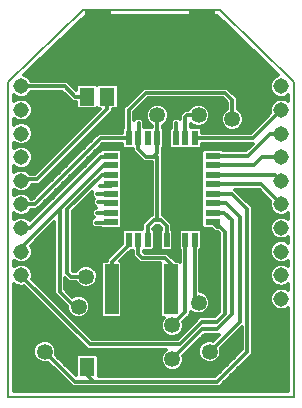
<source format=gbl>
G75*
G70*
%OFA0B0*%
%FSLAX24Y24*%
%IPPOS*%
%LPD*%
%AMOC8*
5,1,8,0,0,1.08239X$1,22.5*
%
%ADD10C,0.0080*%
%ADD11C,0.0515*%
%ADD12R,0.0220X0.0500*%
%ADD13R,0.0500X0.0220*%
%ADD14C,0.0000*%
%ADD15R,0.0900X0.2000*%
%ADD16R,0.0472X0.1654*%
%ADD17R,0.0551X0.1654*%
%ADD18R,0.0512X0.0591*%
%ADD19C,0.0120*%
%ADD20C,0.0472*%
%ADD21C,0.0531*%
D10*
X000196Y001085D02*
X009724Y001085D01*
X009724Y011580D01*
X007234Y013971D01*
X002686Y013971D01*
X000196Y011580D01*
X000196Y001085D01*
D11*
X000629Y004355D03*
X000629Y005143D03*
X000629Y005930D03*
X000629Y006717D03*
X000629Y007505D03*
X000629Y008292D03*
X000629Y009080D03*
X000629Y009867D03*
X000629Y010654D03*
X000629Y011442D03*
X009291Y011442D03*
X009291Y010654D03*
X009291Y009867D03*
X009291Y009080D03*
X009291Y008292D03*
X009291Y007505D03*
X009291Y006717D03*
X009291Y005930D03*
X009291Y005143D03*
X009291Y004355D03*
D12*
X006412Y006333D03*
X006097Y006333D03*
X005782Y006333D03*
X005467Y006333D03*
X005153Y006333D03*
X004838Y006333D03*
X004523Y006333D03*
X004208Y006333D03*
X004208Y009713D03*
X004523Y009713D03*
X004838Y009713D03*
X005153Y009713D03*
X005467Y009713D03*
X005782Y009713D03*
X006097Y009713D03*
X006412Y009713D03*
D13*
X007000Y009126D03*
X007000Y008811D03*
X007000Y008496D03*
X007000Y008181D03*
X007000Y007866D03*
X007000Y007551D03*
X007000Y007236D03*
X007000Y006921D03*
X003620Y006921D03*
X003620Y007236D03*
X003620Y007551D03*
X003620Y007866D03*
X003620Y008181D03*
X003620Y008496D03*
X003620Y008811D03*
X003620Y009126D03*
D14*
X002710Y013973D02*
X007110Y013973D01*
D15*
X006650Y012963D03*
X003170Y012963D03*
D16*
X003633Y004675D03*
X005602Y004675D03*
D17*
X004618Y004675D03*
D18*
X003495Y002098D03*
X002825Y002098D03*
X002825Y011098D03*
X003495Y011098D03*
D19*
X003495Y010683D01*
X001160Y008348D01*
X000686Y008348D01*
X000629Y008292D01*
X000891Y008564D02*
X001121Y008564D01*
X001085Y008528D02*
X000927Y008528D01*
X000843Y008612D01*
X000704Y008670D01*
X000554Y008670D01*
X000415Y008612D01*
X000396Y008593D01*
X000396Y008779D01*
X000415Y008760D01*
X000554Y008702D01*
X000704Y008702D01*
X000843Y008760D01*
X000949Y008866D01*
X001007Y009004D01*
X001007Y009155D01*
X000949Y009293D01*
X000843Y009400D01*
X000704Y009457D01*
X000554Y009457D01*
X000415Y009400D01*
X000396Y009380D01*
X000396Y009566D01*
X000415Y009547D01*
X000554Y009489D01*
X000704Y009489D01*
X000843Y009547D01*
X000949Y009653D01*
X001007Y009792D01*
X001007Y009942D01*
X000949Y010081D01*
X000843Y010187D01*
X000704Y010244D01*
X000554Y010244D01*
X000415Y010187D01*
X000396Y010168D01*
X000396Y010354D01*
X000415Y010334D01*
X000554Y010277D01*
X000704Y010277D01*
X000843Y010334D01*
X000949Y010441D01*
X001007Y010579D01*
X001007Y010729D01*
X000949Y010868D01*
X000843Y010974D01*
X000704Y011032D01*
X000554Y011032D01*
X000415Y010974D01*
X000396Y010955D01*
X000396Y011141D01*
X000415Y011122D01*
X000554Y011064D01*
X000704Y011064D01*
X000843Y011122D01*
X000949Y011228D01*
X000963Y011262D01*
X001992Y011262D01*
X002335Y010918D01*
X002449Y010918D01*
X002449Y010753D01*
X002520Y010683D01*
X003131Y010683D01*
X003160Y010712D01*
X003189Y010683D01*
X003240Y010683D01*
X001085Y008528D01*
X001239Y008682D02*
X000396Y008682D01*
X000396Y007991D02*
X000415Y007972D01*
X000554Y007915D01*
X000704Y007915D01*
X000843Y007972D01*
X000949Y008078D01*
X000987Y008168D01*
X001235Y008168D01*
X001340Y008274D01*
X003675Y010609D01*
X003675Y010683D01*
X003800Y010683D01*
X003871Y010753D01*
X003871Y011443D01*
X003800Y011514D01*
X003189Y011514D01*
X003160Y011485D01*
X003131Y011514D01*
X002520Y011514D01*
X002449Y011443D01*
X002449Y011314D01*
X002247Y011516D01*
X002141Y011622D01*
X000963Y011622D01*
X000949Y011656D01*
X000843Y011762D01*
X000725Y011810D01*
X002767Y013771D01*
X007153Y013771D01*
X009195Y011810D01*
X009077Y011762D01*
X008971Y011656D01*
X008913Y011517D01*
X008913Y011367D01*
X008971Y011228D01*
X009077Y011122D01*
X009216Y011064D01*
X009366Y011064D01*
X009505Y011122D01*
X009524Y011141D01*
X009524Y010955D01*
X009505Y010974D01*
X009366Y011032D01*
X009216Y011032D01*
X009077Y010974D01*
X008971Y010868D01*
X008913Y010729D01*
X008913Y010579D01*
X008927Y010545D01*
X008275Y009893D01*
X006642Y009893D01*
X006642Y010013D01*
X006572Y010083D01*
X006277Y010083D01*
X006277Y010185D01*
X006316Y010146D01*
X006458Y010088D01*
X006612Y010088D01*
X006754Y010146D01*
X006862Y010255D01*
X006921Y010397D01*
X006921Y010550D01*
X006862Y010692D01*
X006754Y010800D01*
X006612Y010859D01*
X006458Y010859D01*
X006316Y010800D01*
X006208Y010692D01*
X006192Y010653D01*
X006085Y010653D01*
X005980Y010548D01*
X005917Y010485D01*
X005917Y010346D01*
X005860Y010403D01*
X005710Y010403D01*
X005605Y010298D01*
X005605Y010066D01*
X005552Y010013D01*
X005552Y009414D01*
X005623Y009343D01*
X006572Y009343D01*
X006642Y009414D01*
X006642Y009533D01*
X008340Y009533D01*
X008113Y009306D01*
X007350Y009306D01*
X007300Y009356D01*
X006700Y009356D01*
X006630Y009285D01*
X006630Y006761D01*
X006700Y006691D01*
X006975Y006691D01*
X006980Y006687D01*
X007085Y006581D01*
X007173Y006581D01*
X007230Y006524D01*
X007230Y003923D01*
X007085Y003778D01*
X006585Y003778D01*
X005835Y003028D01*
X002985Y003028D01*
X000989Y005024D01*
X001007Y005067D01*
X001007Y005218D01*
X000949Y005356D01*
X000843Y005463D01*
X000704Y005520D01*
X000554Y005520D01*
X000415Y005463D01*
X000396Y005443D01*
X000396Y005629D01*
X000415Y005610D01*
X000554Y005552D01*
X000704Y005552D01*
X000843Y005610D01*
X000949Y005716D01*
X001007Y005855D01*
X001007Y006005D01*
X000952Y006136D01*
X001730Y006914D01*
X001730Y004524D01*
X001835Y004418D01*
X002149Y004105D01*
X002149Y004022D01*
X002208Y003880D01*
X002316Y003771D01*
X002458Y003713D01*
X002612Y003713D01*
X002754Y003771D01*
X002862Y003880D01*
X002921Y004022D01*
X002921Y004175D01*
X002862Y004317D01*
X002754Y004425D01*
X002612Y004484D01*
X002458Y004484D01*
X002331Y004432D01*
X002090Y004673D01*
X002090Y005039D01*
X002105Y005024D01*
X002210Y004918D01*
X002442Y004918D01*
X002458Y004880D01*
X002566Y004771D01*
X002708Y004713D01*
X002862Y004713D01*
X003004Y004771D01*
X003112Y004880D01*
X003171Y005022D01*
X003171Y005175D01*
X003112Y005317D01*
X003004Y005425D01*
X002862Y005484D01*
X002708Y005484D01*
X002566Y005425D01*
X002458Y005317D01*
X002442Y005278D01*
X002360Y005278D01*
X002340Y005298D01*
X002340Y007274D01*
X002980Y007914D01*
X002980Y007774D01*
X003059Y007695D01*
X003018Y007653D01*
X003018Y007504D01*
X003118Y007403D01*
X003085Y007403D01*
X002980Y007298D01*
X002980Y007149D01*
X003050Y007078D01*
X002950Y006978D01*
X002950Y006829D01*
X003055Y006723D01*
X003288Y006723D01*
X003320Y006691D01*
X003920Y006691D01*
X003990Y006761D01*
X003990Y009285D01*
X003920Y009356D01*
X003320Y009356D01*
X003250Y009285D01*
X003250Y009278D01*
X003210Y009278D01*
X003105Y009173D01*
X003105Y009173D01*
X000906Y006974D01*
X000843Y007037D01*
X000704Y007095D01*
X000554Y007095D01*
X000415Y007037D01*
X000396Y007018D01*
X000396Y007204D01*
X000415Y007185D01*
X000554Y007127D01*
X000704Y007127D01*
X000843Y007185D01*
X000949Y007291D01*
X000963Y007325D01*
X001141Y007325D01*
X003350Y009533D01*
X003978Y009533D01*
X003978Y009414D01*
X004048Y009343D01*
X004343Y009343D01*
X004343Y009286D01*
X004605Y009024D01*
X004605Y009024D01*
X004710Y008918D01*
X004980Y008918D01*
X004980Y007153D01*
X004960Y007153D01*
X004855Y007048D01*
X004658Y006851D01*
X004658Y006703D01*
X004048Y006703D01*
X003978Y006633D01*
X003978Y006171D01*
X003585Y005778D01*
X003480Y005673D01*
X003480Y005622D01*
X003347Y005622D01*
X003277Y005552D01*
X003277Y003799D01*
X003347Y003728D01*
X003919Y003728D01*
X003990Y003799D01*
X003990Y005552D01*
X003929Y005613D01*
X004280Y005963D01*
X004343Y005963D01*
X004343Y005786D01*
X004480Y005649D01*
X004585Y005543D01*
X005246Y005543D01*
X005246Y003799D01*
X005316Y003728D01*
X005369Y003728D01*
X005333Y003692D01*
X005274Y003550D01*
X005274Y003397D01*
X005333Y003255D01*
X005441Y003146D01*
X005583Y003088D01*
X005737Y003088D01*
X005879Y003146D01*
X005987Y003255D01*
X006046Y003397D01*
X006046Y003550D01*
X006030Y003589D01*
X006172Y003731D01*
X006277Y003836D01*
X006277Y003935D01*
X006316Y003896D01*
X006458Y003838D01*
X006612Y003838D01*
X006754Y003896D01*
X006862Y004005D01*
X006921Y004147D01*
X006921Y004300D01*
X006862Y004442D01*
X006754Y004550D01*
X006612Y004609D01*
X006592Y004609D01*
X006592Y005984D01*
X006642Y006034D01*
X006642Y006633D01*
X006572Y006703D01*
X005938Y006703D01*
X005867Y006633D01*
X005867Y006034D01*
X005917Y005984D01*
X005917Y005592D01*
X005888Y005622D01*
X005766Y005622D01*
X005676Y005711D01*
X005485Y005903D01*
X004735Y005903D01*
X004703Y005935D01*
X004703Y005963D01*
X004997Y005963D01*
X005068Y006034D01*
X005068Y006633D01*
X005018Y006683D01*
X005018Y006701D01*
X005110Y006793D01*
X005210Y006793D01*
X005287Y006716D01*
X005287Y006683D01*
X005237Y006633D01*
X005237Y006034D01*
X005308Y005963D01*
X005627Y005963D01*
X005697Y006034D01*
X005697Y006633D01*
X005647Y006683D01*
X005647Y006866D01*
X005465Y007048D01*
X005360Y007153D01*
X005340Y007153D01*
X005340Y009173D01*
X005333Y009180D01*
X005333Y009364D01*
X005383Y009414D01*
X005383Y010013D01*
X005333Y010063D01*
X005333Y010127D01*
X005379Y010146D01*
X005487Y010255D01*
X005546Y010397D01*
X005546Y010550D01*
X005487Y010692D01*
X005379Y010800D01*
X005237Y010859D01*
X005083Y010859D01*
X004941Y010800D01*
X004833Y010692D01*
X004774Y010550D01*
X004774Y010397D01*
X004833Y010255D01*
X004941Y010146D01*
X004973Y010134D01*
X004973Y010083D01*
X004715Y010083D01*
X004715Y010298D01*
X004610Y010403D01*
X004460Y010403D01*
X004388Y010331D01*
X004388Y010572D01*
X004860Y011043D01*
X007335Y011043D01*
X007480Y010899D01*
X007480Y010691D01*
X007441Y010675D01*
X007333Y010567D01*
X007274Y010425D01*
X007274Y010272D01*
X007333Y010130D01*
X007441Y010021D01*
X007583Y009963D01*
X007737Y009963D01*
X007879Y010021D01*
X007987Y010130D01*
X008046Y010272D01*
X008046Y010425D01*
X007987Y010567D01*
X007879Y010675D01*
X007840Y010691D01*
X007840Y011048D01*
X007735Y011153D01*
X007485Y011403D01*
X004710Y011403D01*
X004605Y011298D01*
X004028Y010721D01*
X004028Y010063D01*
X003978Y010013D01*
X003978Y009893D01*
X003200Y009893D01*
X003095Y009788D01*
X000992Y007685D01*
X000963Y007685D01*
X000949Y007719D01*
X000843Y007825D01*
X000704Y007882D01*
X000554Y007882D01*
X000415Y007825D01*
X000396Y007805D01*
X000396Y007991D01*
X000396Y007971D02*
X000417Y007971D01*
X000396Y007853D02*
X000484Y007853D01*
X000629Y007505D02*
X001066Y007505D01*
X003275Y009713D01*
X004208Y009713D01*
X004208Y010646D01*
X004785Y011223D01*
X007410Y011223D01*
X007660Y010973D01*
X007660Y010348D01*
X007660Y010598D01*
X007840Y010697D02*
X008913Y010697D01*
X008914Y010578D02*
X007976Y010578D01*
X008031Y010460D02*
X008842Y010460D01*
X008723Y010341D02*
X008046Y010341D01*
X008026Y010223D02*
X008605Y010223D01*
X008486Y010104D02*
X007962Y010104D01*
X007793Y009986D02*
X008368Y009986D01*
X008350Y009713D02*
X006412Y009713D01*
X006642Y009512D02*
X008319Y009512D01*
X008200Y009393D02*
X006622Y009393D01*
X006630Y009275D02*
X005333Y009275D01*
X005340Y009156D02*
X006630Y009156D01*
X006630Y009038D02*
X005340Y009038D01*
X005340Y008919D02*
X006630Y008919D01*
X006630Y008801D02*
X005340Y008801D01*
X005340Y008682D02*
X006630Y008682D01*
X006630Y008564D02*
X005340Y008564D01*
X005340Y008445D02*
X006630Y008445D01*
X006630Y008327D02*
X005340Y008327D01*
X005340Y008208D02*
X006630Y008208D01*
X006630Y008090D02*
X005340Y008090D01*
X005340Y007971D02*
X006630Y007971D01*
X006630Y007853D02*
X005340Y007853D01*
X005340Y007734D02*
X006630Y007734D01*
X006630Y007616D02*
X005340Y007616D01*
X005340Y007497D02*
X006630Y007497D01*
X006630Y007379D02*
X005340Y007379D01*
X005340Y007260D02*
X006630Y007260D01*
X006630Y007142D02*
X005371Y007142D01*
X005490Y007023D02*
X006630Y007023D01*
X006630Y006905D02*
X005608Y006905D01*
X005647Y006786D02*
X006630Y006786D01*
X006608Y006668D02*
X006999Y006668D01*
X007160Y006761D02*
X007000Y006921D01*
X007160Y006761D02*
X007247Y006761D01*
X007410Y006598D01*
X007410Y003848D01*
X007160Y003598D01*
X006660Y003598D01*
X005910Y002848D01*
X002910Y002848D01*
X000629Y005129D01*
X000629Y005143D01*
X000465Y005483D02*
X000396Y005483D01*
X000396Y005601D02*
X000436Y005601D01*
X000629Y005930D02*
X000629Y006068D01*
X001910Y007348D01*
X003372Y008811D01*
X003620Y008811D01*
X003620Y008496D02*
X003307Y008496D01*
X002160Y007348D01*
X002160Y005223D01*
X002285Y005098D01*
X002785Y005098D01*
X003004Y004772D02*
X003277Y004772D01*
X003277Y004890D02*
X003116Y004890D01*
X003165Y005009D02*
X003277Y005009D01*
X003277Y005127D02*
X003171Y005127D01*
X003141Y005246D02*
X003277Y005246D01*
X003277Y005364D02*
X003065Y005364D01*
X002865Y005483D02*
X003277Y005483D01*
X003327Y005601D02*
X002340Y005601D01*
X002340Y005483D02*
X002705Y005483D01*
X002505Y005364D02*
X002340Y005364D01*
X002340Y005720D02*
X003527Y005720D01*
X003645Y005838D02*
X002340Y005838D01*
X002340Y005957D02*
X003764Y005957D01*
X003882Y006075D02*
X002340Y006075D01*
X002340Y006194D02*
X003978Y006194D01*
X003978Y006312D02*
X002340Y006312D01*
X002340Y006431D02*
X003978Y006431D01*
X003978Y006549D02*
X002340Y006549D01*
X002340Y006668D02*
X004012Y006668D01*
X003990Y006786D02*
X004658Y006786D01*
X004712Y006905D02*
X003990Y006905D01*
X003990Y007023D02*
X004830Y007023D01*
X005035Y006973D02*
X004838Y006776D01*
X004838Y006333D01*
X005068Y006312D02*
X005237Y006312D01*
X005237Y006194D02*
X005068Y006194D01*
X005068Y006075D02*
X005237Y006075D01*
X005467Y006333D02*
X005467Y006791D01*
X005285Y006973D01*
X005160Y006973D01*
X005160Y009098D01*
X005098Y009161D01*
X005035Y009098D01*
X004785Y009098D01*
X004523Y009361D01*
X004523Y009713D01*
X004535Y009726D01*
X004535Y010223D01*
X004715Y010223D02*
X004865Y010223D01*
X004797Y010341D02*
X004672Y010341D01*
X004774Y010460D02*
X004388Y010460D01*
X004388Y010341D02*
X004398Y010341D01*
X004395Y010578D02*
X004786Y010578D01*
X004838Y010697D02*
X004513Y010697D01*
X004632Y010815D02*
X004978Y010815D01*
X004750Y010934D02*
X007445Y010934D01*
X007480Y010815D02*
X006717Y010815D01*
X006857Y010697D02*
X007480Y010697D01*
X007344Y010578D02*
X006909Y010578D01*
X006921Y010460D02*
X007289Y010460D01*
X007274Y010341D02*
X006898Y010341D01*
X006830Y010223D02*
X007294Y010223D01*
X007358Y010104D02*
X006652Y010104D01*
X006642Y009986D02*
X007527Y009986D01*
X007840Y010815D02*
X008949Y010815D01*
X009036Y010934D02*
X007840Y010934D01*
X007836Y011052D02*
X009524Y011052D01*
X009291Y010654D02*
X008350Y009713D01*
X008929Y009867D02*
X008187Y009126D01*
X007000Y009126D01*
X007000Y008811D02*
X008372Y008811D01*
X008660Y009098D01*
X009272Y009098D01*
X009291Y009080D01*
X009087Y008496D02*
X009291Y008292D01*
X009087Y008496D02*
X007000Y008496D01*
X007000Y008181D02*
X008615Y008181D01*
X009291Y007505D01*
X009401Y007142D02*
X009524Y007142D01*
X009505Y007185D02*
X009524Y007204D01*
X009524Y007018D01*
X009505Y007037D01*
X009366Y007095D01*
X009216Y007095D01*
X009077Y007037D01*
X008971Y006931D01*
X008913Y006792D01*
X008913Y006642D01*
X008971Y006503D01*
X009077Y006397D01*
X009216Y006340D01*
X009366Y006340D01*
X009505Y006397D01*
X009524Y006417D01*
X009524Y006231D01*
X009505Y006250D01*
X009366Y006307D01*
X009216Y006307D01*
X009077Y006250D01*
X008971Y006144D01*
X008913Y006005D01*
X008913Y005855D01*
X008971Y005716D01*
X009077Y005610D01*
X009216Y005552D01*
X009366Y005552D01*
X009505Y005610D01*
X009524Y005629D01*
X009524Y005443D01*
X009505Y005463D01*
X009366Y005520D01*
X009216Y005520D01*
X009077Y005463D01*
X008971Y005356D01*
X008913Y005218D01*
X008913Y005067D01*
X008971Y004929D01*
X009077Y004823D01*
X009216Y004765D01*
X009366Y004765D01*
X009505Y004823D01*
X009524Y004842D01*
X009524Y004656D01*
X009505Y004675D01*
X009366Y004733D01*
X009216Y004733D01*
X009077Y004675D01*
X008971Y004569D01*
X008913Y004430D01*
X008913Y004280D01*
X008971Y004141D01*
X009077Y004035D01*
X009216Y003978D01*
X009366Y003978D01*
X009505Y004035D01*
X009524Y004054D01*
X009524Y001285D01*
X000396Y001285D01*
X000396Y004842D01*
X000415Y004823D01*
X000554Y004765D01*
X000704Y004765D01*
X000729Y004775D01*
X002835Y002668D01*
X005434Y002668D01*
X005333Y002567D01*
X005274Y002425D01*
X005274Y002272D01*
X005333Y002130D01*
X005441Y002021D01*
X005583Y001963D01*
X005737Y001963D01*
X005879Y002021D01*
X005987Y002130D01*
X006046Y002272D01*
X006046Y002425D01*
X006030Y002464D01*
X006735Y003168D01*
X007225Y003168D01*
X007025Y002968D01*
X006987Y002984D01*
X006833Y002984D01*
X006691Y002925D01*
X006583Y002817D01*
X006524Y002675D01*
X006524Y002522D01*
X006583Y002380D01*
X006691Y002271D01*
X006833Y002213D01*
X006987Y002213D01*
X007129Y002271D01*
X007237Y002380D01*
X007296Y002522D01*
X007296Y002675D01*
X007280Y002714D01*
X007980Y003414D01*
X007980Y002673D01*
X007085Y001778D01*
X003201Y001778D01*
X003201Y002443D01*
X003131Y002514D01*
X002520Y002514D01*
X002449Y002443D01*
X002449Y001814D01*
X001780Y002483D01*
X001796Y002522D01*
X001796Y002675D01*
X001737Y002817D01*
X001629Y002925D01*
X001487Y002984D01*
X001333Y002984D01*
X001191Y002925D01*
X001083Y002817D01*
X001024Y002675D01*
X001024Y002522D01*
X001083Y002380D01*
X001191Y002271D01*
X001333Y002213D01*
X001487Y002213D01*
X001525Y002229D01*
X002335Y001418D01*
X007235Y001418D01*
X008340Y002524D01*
X008340Y007423D01*
X008235Y007528D01*
X007762Y008001D01*
X008540Y008001D01*
X008927Y007614D01*
X008913Y007580D01*
X008913Y007430D01*
X008971Y007291D01*
X009077Y007185D01*
X009216Y007127D01*
X009366Y007127D01*
X009505Y007185D01*
X009518Y007023D02*
X009524Y007023D01*
X009180Y007142D02*
X008340Y007142D01*
X008340Y007260D02*
X009001Y007260D01*
X008934Y007379D02*
X008340Y007379D01*
X008266Y007497D02*
X008913Y007497D01*
X008925Y007616D02*
X008147Y007616D01*
X008029Y007734D02*
X008806Y007734D01*
X008688Y007853D02*
X007910Y007853D01*
X007792Y007971D02*
X008569Y007971D01*
X008160Y007348D02*
X008160Y002598D01*
X007160Y001598D01*
X003035Y001598D01*
X002410Y001598D01*
X001410Y002598D01*
X001678Y002876D02*
X002628Y002876D01*
X002746Y002757D02*
X001762Y002757D01*
X001796Y002639D02*
X005405Y002639D01*
X005314Y002520D02*
X001795Y002520D01*
X001861Y002402D02*
X002449Y002402D01*
X002449Y002283D02*
X001980Y002283D01*
X002098Y002165D02*
X002449Y002165D01*
X002449Y002046D02*
X002217Y002046D01*
X002335Y001928D02*
X002449Y001928D01*
X002300Y001454D02*
X000396Y001454D01*
X000396Y001572D02*
X002181Y001572D01*
X002063Y001691D02*
X000396Y001691D01*
X000396Y001809D02*
X001944Y001809D01*
X001826Y001928D02*
X000396Y001928D01*
X000396Y002046D02*
X001707Y002046D01*
X001589Y002165D02*
X000396Y002165D01*
X000396Y002283D02*
X001179Y002283D01*
X001074Y002402D02*
X000396Y002402D01*
X000396Y002520D02*
X001025Y002520D01*
X001024Y002639D02*
X000396Y002639D01*
X000396Y002757D02*
X001058Y002757D01*
X001142Y002876D02*
X000396Y002876D01*
X000396Y002994D02*
X002509Y002994D01*
X002391Y003113D02*
X000396Y003113D01*
X000396Y003231D02*
X002272Y003231D01*
X002154Y003350D02*
X000396Y003350D01*
X000396Y003468D02*
X002035Y003468D01*
X001917Y003587D02*
X000396Y003587D01*
X000396Y003705D02*
X001798Y003705D01*
X001680Y003824D02*
X000396Y003824D01*
X000396Y003942D02*
X001561Y003942D01*
X001443Y004061D02*
X000396Y004061D01*
X000396Y004179D02*
X001324Y004179D01*
X001206Y004298D02*
X000396Y004298D01*
X000396Y004416D02*
X001087Y004416D01*
X000969Y004535D02*
X000396Y004535D01*
X000396Y004653D02*
X000850Y004653D01*
X000732Y004772D02*
X000721Y004772D01*
X000538Y004772D02*
X000396Y004772D01*
X000794Y005483D02*
X001730Y005483D01*
X001730Y005601D02*
X000823Y005601D01*
X000951Y005720D02*
X001730Y005720D01*
X001730Y005838D02*
X001000Y005838D01*
X001007Y005957D02*
X001730Y005957D01*
X001730Y006075D02*
X000978Y006075D01*
X001010Y006194D02*
X001730Y006194D01*
X001730Y006312D02*
X001129Y006312D01*
X001247Y006431D02*
X001730Y006431D01*
X001730Y006549D02*
X001366Y006549D01*
X001484Y006668D02*
X001730Y006668D01*
X001730Y006786D02*
X001603Y006786D01*
X001721Y006905D02*
X001730Y006905D01*
X001910Y007348D02*
X001910Y004598D01*
X002410Y004098D01*
X002535Y004098D01*
X002806Y003824D02*
X003277Y003824D01*
X003277Y003942D02*
X002888Y003942D01*
X002921Y004061D02*
X003277Y004061D01*
X003277Y004179D02*
X002919Y004179D01*
X002870Y004298D02*
X003277Y004298D01*
X003277Y004416D02*
X002763Y004416D01*
X002566Y004772D02*
X002090Y004772D01*
X002090Y004890D02*
X002454Y004890D01*
X002228Y004535D02*
X003277Y004535D01*
X003277Y004653D02*
X002110Y004653D01*
X002090Y005009D02*
X002120Y005009D01*
X001837Y004416D02*
X001597Y004416D01*
X001478Y004535D02*
X001730Y004535D01*
X001730Y004653D02*
X001360Y004653D01*
X001241Y004772D02*
X001730Y004772D01*
X001730Y004890D02*
X001123Y004890D01*
X001004Y005009D02*
X001730Y005009D01*
X001730Y005127D02*
X001007Y005127D01*
X000995Y005246D02*
X001730Y005246D01*
X001730Y005364D02*
X000941Y005364D01*
X001715Y004298D02*
X001956Y004298D01*
X002074Y004179D02*
X001834Y004179D01*
X001952Y004061D02*
X002149Y004061D01*
X002182Y003942D02*
X002071Y003942D01*
X002189Y003824D02*
X002264Y003824D01*
X002308Y003705D02*
X005346Y003705D01*
X005289Y003587D02*
X002426Y003587D01*
X002545Y003468D02*
X005274Y003468D01*
X005294Y003350D02*
X002663Y003350D01*
X002782Y003231D02*
X005356Y003231D01*
X005522Y003113D02*
X002900Y003113D01*
X003201Y002402D02*
X005274Y002402D01*
X005274Y002283D02*
X003201Y002283D01*
X003201Y002165D02*
X005318Y002165D01*
X005416Y002046D02*
X003201Y002046D01*
X003201Y001928D02*
X007235Y001928D01*
X007116Y001809D02*
X003201Y001809D01*
X003035Y001598D02*
X002825Y001808D01*
X002825Y002098D01*
X002825Y002308D01*
X003990Y003824D02*
X005246Y003824D01*
X005246Y003942D02*
X003990Y003942D01*
X003990Y004061D02*
X005246Y004061D01*
X005246Y004179D02*
X003990Y004179D01*
X003990Y004298D02*
X005246Y004298D01*
X005246Y004416D02*
X003990Y004416D01*
X003990Y004535D02*
X005246Y004535D01*
X005246Y004653D02*
X003990Y004653D01*
X003990Y004772D02*
X005246Y004772D01*
X005246Y004890D02*
X003990Y004890D01*
X003990Y005009D02*
X005246Y005009D01*
X005246Y005127D02*
X003990Y005127D01*
X003990Y005246D02*
X005246Y005246D01*
X005246Y005364D02*
X003990Y005364D01*
X003990Y005483D02*
X005246Y005483D01*
X005410Y005723D02*
X005602Y005531D01*
X005602Y004675D01*
X006097Y003911D02*
X006097Y006333D01*
X005867Y006312D02*
X005697Y006312D01*
X005697Y006194D02*
X005867Y006194D01*
X005867Y006075D02*
X005697Y006075D01*
X005550Y005838D02*
X005917Y005838D01*
X005917Y005720D02*
X005668Y005720D01*
X005908Y005601D02*
X005917Y005601D01*
X005917Y005957D02*
X004703Y005957D01*
X004523Y005861D02*
X004523Y006333D01*
X004343Y005957D02*
X004273Y005957D01*
X004343Y005838D02*
X004155Y005838D01*
X004036Y005720D02*
X004409Y005720D01*
X004527Y005601D02*
X003940Y005601D01*
X003660Y005598D02*
X004208Y006146D01*
X004208Y006333D01*
X004523Y005861D02*
X004660Y005723D01*
X005410Y005723D01*
X005237Y006431D02*
X005068Y006431D01*
X005068Y006549D02*
X005237Y006549D01*
X005272Y006668D02*
X005033Y006668D01*
X005103Y006786D02*
X005217Y006786D01*
X005160Y006973D02*
X005035Y006973D01*
X004949Y007142D02*
X003990Y007142D01*
X003990Y007260D02*
X004980Y007260D01*
X004980Y007379D02*
X003990Y007379D01*
X003990Y007497D02*
X004980Y007497D01*
X004980Y007616D02*
X003990Y007616D01*
X003990Y007734D02*
X004980Y007734D01*
X004980Y007853D02*
X003990Y007853D01*
X003990Y007971D02*
X004980Y007971D01*
X004980Y008090D02*
X003990Y008090D01*
X003990Y008208D02*
X004980Y008208D01*
X004980Y008327D02*
X003990Y008327D01*
X003990Y008445D02*
X004980Y008445D01*
X004980Y008564D02*
X003990Y008564D01*
X003990Y008682D02*
X004980Y008682D01*
X004980Y008801D02*
X003990Y008801D01*
X003990Y008919D02*
X004709Y008919D01*
X004591Y009038D02*
X003990Y009038D01*
X003990Y009156D02*
X004472Y009156D01*
X004354Y009275D02*
X003990Y009275D01*
X003998Y009393D02*
X003210Y009393D01*
X003207Y009275D02*
X003091Y009275D01*
X003088Y009156D02*
X002973Y009156D01*
X002970Y009038D02*
X002854Y009038D01*
X002851Y008919D02*
X002736Y008919D01*
X002733Y008801D02*
X002617Y008801D01*
X002614Y008682D02*
X002499Y008682D01*
X002496Y008564D02*
X002380Y008564D01*
X002377Y008445D02*
X002262Y008445D01*
X002259Y008327D02*
X002143Y008327D01*
X002140Y008208D02*
X002025Y008208D01*
X002022Y008090D02*
X001906Y008090D01*
X001903Y007971D02*
X001788Y007971D01*
X001785Y007853D02*
X001669Y007853D01*
X001666Y007734D02*
X001551Y007734D01*
X001548Y007616D02*
X001432Y007616D01*
X001429Y007497D02*
X001314Y007497D01*
X001311Y007379D02*
X001195Y007379D01*
X001192Y007260D02*
X000919Y007260D01*
X001074Y007142D02*
X000740Y007142D01*
X000857Y007023D02*
X000955Y007023D01*
X000904Y006717D02*
X003285Y009098D01*
X003593Y009098D01*
X003620Y009126D01*
X003328Y009512D02*
X003978Y009512D01*
X003978Y009986D02*
X003052Y009986D01*
X002934Y009867D02*
X003174Y009867D01*
X003056Y009749D02*
X002815Y009749D01*
X002697Y009630D02*
X002937Y009630D01*
X002819Y009512D02*
X002578Y009512D01*
X002460Y009393D02*
X002700Y009393D01*
X002582Y009275D02*
X002341Y009275D01*
X002223Y009156D02*
X002463Y009156D01*
X002345Y009038D02*
X002104Y009038D01*
X001986Y008919D02*
X002226Y008919D01*
X002108Y008801D02*
X001867Y008801D01*
X001749Y008682D02*
X001989Y008682D01*
X001871Y008564D02*
X001630Y008564D01*
X001512Y008445D02*
X001752Y008445D01*
X001634Y008327D02*
X001393Y008327D01*
X001275Y008208D02*
X001515Y008208D01*
X001397Y008090D02*
X000954Y008090D01*
X000841Y007971D02*
X001278Y007971D01*
X001160Y007853D02*
X000775Y007853D01*
X000933Y007734D02*
X001041Y007734D01*
X000519Y007142D02*
X000396Y007142D01*
X000396Y007023D02*
X000402Y007023D01*
X000629Y006717D02*
X000904Y006717D01*
X000885Y008801D02*
X001358Y008801D01*
X001476Y008919D02*
X000972Y008919D01*
X001007Y009038D02*
X001595Y009038D01*
X001713Y009156D02*
X001006Y009156D01*
X000957Y009275D02*
X001832Y009275D01*
X001950Y009393D02*
X000849Y009393D01*
X000759Y009512D02*
X002069Y009512D01*
X002187Y009630D02*
X000927Y009630D01*
X000989Y009749D02*
X002306Y009749D01*
X002424Y009867D02*
X001007Y009867D01*
X000989Y009986D02*
X002543Y009986D01*
X002661Y010104D02*
X000926Y010104D01*
X000850Y010341D02*
X002898Y010341D01*
X002780Y010223D02*
X000756Y010223D01*
X000957Y010460D02*
X003017Y010460D01*
X003135Y010578D02*
X001006Y010578D01*
X001007Y010697D02*
X002506Y010697D01*
X002449Y010815D02*
X000971Y010815D01*
X000884Y010934D02*
X002320Y010934D01*
X002410Y011098D02*
X002067Y011442D01*
X000629Y011442D01*
X000892Y011171D02*
X002083Y011171D01*
X002201Y011052D02*
X000396Y011052D01*
X000396Y010341D02*
X000408Y010341D01*
X000396Y010223D02*
X000502Y010223D01*
X000500Y009512D02*
X000396Y009512D01*
X000396Y009393D02*
X000409Y009393D01*
X000954Y011645D02*
X008966Y011645D01*
X008917Y011526D02*
X002237Y011526D01*
X002355Y011408D02*
X002449Y011408D01*
X002410Y011098D02*
X002825Y011098D01*
X003145Y010697D02*
X003175Y010697D01*
X003408Y010341D02*
X004028Y010341D01*
X004028Y010223D02*
X003289Y010223D01*
X003171Y010104D02*
X004028Y010104D01*
X004028Y010460D02*
X003526Y010460D01*
X003645Y010578D02*
X004028Y010578D01*
X004028Y010697D02*
X003814Y010697D01*
X003871Y010815D02*
X004122Y010815D01*
X004241Y010934D02*
X003871Y010934D01*
X003871Y011052D02*
X004359Y011052D01*
X004478Y011171D02*
X003871Y011171D01*
X003871Y011289D02*
X004596Y011289D01*
X005160Y010473D02*
X005153Y010466D01*
X005153Y009713D01*
X005160Y009721D01*
X005153Y009713D02*
X005153Y009216D01*
X005098Y009161D01*
X005362Y009393D02*
X005573Y009393D01*
X005552Y009512D02*
X005383Y009512D01*
X005383Y009630D02*
X005552Y009630D01*
X005552Y009749D02*
X005383Y009749D01*
X005383Y009867D02*
X005552Y009867D01*
X005552Y009986D02*
X005383Y009986D01*
X005333Y010104D02*
X005605Y010104D01*
X005605Y010223D02*
X005455Y010223D01*
X005523Y010341D02*
X005648Y010341D01*
X005546Y010460D02*
X005917Y010460D01*
X006010Y010578D02*
X005534Y010578D01*
X005482Y010697D02*
X006213Y010697D01*
X006160Y010473D02*
X006535Y010473D01*
X006418Y010104D02*
X006277Y010104D01*
X006097Y010411D02*
X006160Y010473D01*
X006097Y010411D02*
X006097Y009713D01*
X005785Y009723D02*
X005785Y010223D01*
X005342Y010815D02*
X006353Y010815D01*
X007599Y011289D02*
X008945Y011289D01*
X008913Y011408D02*
X003871Y011408D01*
X004715Y010104D02*
X004973Y010104D01*
X003620Y008181D02*
X003620Y008136D01*
X003603Y008118D01*
X003265Y008118D01*
X003160Y007848D02*
X003535Y007848D01*
X003553Y007866D01*
X003620Y007866D01*
X003647Y007578D02*
X003620Y007551D01*
X003647Y007578D02*
X003670Y007578D01*
X003647Y007578D02*
X003198Y007578D01*
X003024Y007497D02*
X002564Y007497D01*
X002445Y007379D02*
X003061Y007379D01*
X002980Y007260D02*
X002340Y007260D01*
X002340Y007142D02*
X002987Y007142D01*
X002995Y007023D02*
X002340Y007023D01*
X002340Y006905D02*
X002950Y006905D01*
X002992Y006786D02*
X002340Y006786D01*
X002682Y007616D02*
X003018Y007616D01*
X003019Y007734D02*
X002801Y007734D01*
X002919Y007853D02*
X002980Y007853D01*
X003160Y007223D02*
X003535Y007223D01*
X003548Y007236D01*
X003620Y007236D01*
X003620Y006921D02*
X003553Y006921D01*
X003535Y006903D01*
X003130Y006903D01*
X003660Y005598D02*
X003660Y004702D01*
X003633Y004675D01*
X005660Y003473D02*
X006097Y003911D01*
X006172Y003731D02*
X006172Y003731D01*
X006147Y003705D02*
X006512Y003705D01*
X006394Y003587D02*
X006031Y003587D01*
X006046Y003468D02*
X006275Y003468D01*
X006157Y003350D02*
X006026Y003350D01*
X006038Y003231D02*
X005964Y003231D01*
X005920Y003113D02*
X005798Y003113D01*
X006205Y002639D02*
X006524Y002639D01*
X006525Y002520D02*
X006087Y002520D01*
X006046Y002402D02*
X006574Y002402D01*
X006679Y002283D02*
X006046Y002283D01*
X006002Y002165D02*
X007472Y002165D01*
X007590Y002283D02*
X007141Y002283D01*
X007246Y002402D02*
X007709Y002402D01*
X007827Y002520D02*
X007295Y002520D01*
X007296Y002639D02*
X007946Y002639D01*
X007980Y002757D02*
X007324Y002757D01*
X007442Y002876D02*
X007980Y002876D01*
X007980Y002994D02*
X007561Y002994D01*
X007679Y003113D02*
X007980Y003113D01*
X007980Y003231D02*
X007798Y003231D01*
X007916Y003350D02*
X007980Y003350D01*
X007910Y003598D02*
X006910Y002598D01*
X007051Y002994D02*
X006561Y002994D01*
X006642Y002876D02*
X006442Y002876D01*
X006558Y002757D02*
X006324Y002757D01*
X006679Y003113D02*
X007170Y003113D01*
X007160Y003348D02*
X007660Y003848D01*
X007660Y006973D01*
X007397Y007236D01*
X007000Y007236D01*
X007000Y007551D02*
X007457Y007551D01*
X007910Y007098D01*
X007910Y003598D01*
X008340Y003587D02*
X009524Y003587D01*
X009524Y003705D02*
X008340Y003705D01*
X008340Y003824D02*
X009524Y003824D01*
X009524Y003942D02*
X008340Y003942D01*
X008340Y004061D02*
X009051Y004061D01*
X008955Y004179D02*
X008340Y004179D01*
X008340Y004298D02*
X008913Y004298D01*
X008913Y004416D02*
X008340Y004416D01*
X008340Y004535D02*
X008957Y004535D01*
X009055Y004653D02*
X008340Y004653D01*
X008340Y004772D02*
X009199Y004772D01*
X009382Y004772D02*
X009524Y004772D01*
X009524Y005483D02*
X009455Y005483D01*
X009484Y005601D02*
X009524Y005601D01*
X009126Y005483D02*
X008340Y005483D01*
X008340Y005601D02*
X009097Y005601D01*
X008969Y005720D02*
X008340Y005720D01*
X008340Y005838D02*
X008920Y005838D01*
X008913Y005957D02*
X008340Y005957D01*
X008340Y006075D02*
X008942Y006075D01*
X009021Y006194D02*
X008340Y006194D01*
X008340Y006312D02*
X009524Y006312D01*
X009063Y007023D02*
X008340Y007023D01*
X008340Y006905D02*
X008960Y006905D01*
X008913Y006786D02*
X008340Y006786D01*
X008340Y006668D02*
X008913Y006668D01*
X008952Y006549D02*
X008340Y006549D01*
X008340Y006431D02*
X009043Y006431D01*
X008979Y005364D02*
X008340Y005364D01*
X008340Y005246D02*
X008925Y005246D01*
X008913Y005127D02*
X008340Y005127D01*
X008340Y005009D02*
X008937Y005009D01*
X009009Y004890D02*
X008340Y004890D01*
X008340Y003468D02*
X009524Y003468D01*
X009524Y003350D02*
X008340Y003350D01*
X008340Y003231D02*
X009524Y003231D01*
X009524Y003113D02*
X008340Y003113D01*
X008340Y002994D02*
X009524Y002994D01*
X009524Y002876D02*
X008340Y002876D01*
X008340Y002757D02*
X009524Y002757D01*
X009524Y002639D02*
X008340Y002639D01*
X008337Y002520D02*
X009524Y002520D01*
X009524Y002402D02*
X008218Y002402D01*
X008100Y002283D02*
X009524Y002283D01*
X009524Y002165D02*
X007981Y002165D01*
X007863Y002046D02*
X009524Y002046D01*
X009524Y001928D02*
X007744Y001928D01*
X007626Y001809D02*
X009524Y001809D01*
X009524Y001691D02*
X007507Y001691D01*
X007389Y001572D02*
X009524Y001572D01*
X009524Y001454D02*
X007270Y001454D01*
X007353Y002046D02*
X005904Y002046D01*
X005660Y002348D02*
X006660Y003348D01*
X007160Y003348D01*
X007131Y003824D02*
X006265Y003824D01*
X006535Y004223D02*
X006412Y004346D01*
X006412Y006333D01*
X006642Y006312D02*
X007230Y006312D01*
X007230Y006194D02*
X006642Y006194D01*
X006642Y006075D02*
X007230Y006075D01*
X007230Y005957D02*
X006592Y005957D01*
X006592Y005838D02*
X007230Y005838D01*
X007230Y005720D02*
X006592Y005720D01*
X006592Y005601D02*
X007230Y005601D01*
X007230Y005483D02*
X006592Y005483D01*
X006592Y005364D02*
X007230Y005364D01*
X007230Y005246D02*
X006592Y005246D01*
X006592Y005127D02*
X007230Y005127D01*
X007230Y005009D02*
X006592Y005009D01*
X006592Y004890D02*
X007230Y004890D01*
X007230Y004772D02*
X006592Y004772D01*
X006592Y004653D02*
X007230Y004653D01*
X007230Y004535D02*
X006769Y004535D01*
X006873Y004416D02*
X007230Y004416D01*
X007230Y004298D02*
X006921Y004298D01*
X006921Y004179D02*
X007230Y004179D01*
X007230Y004061D02*
X006885Y004061D01*
X006800Y003942D02*
X007230Y003942D01*
X007230Y006431D02*
X006642Y006431D01*
X006642Y006549D02*
X007204Y006549D01*
X008160Y007348D02*
X007642Y007866D01*
X007000Y007866D01*
X005902Y006668D02*
X005663Y006668D01*
X005697Y006549D02*
X005867Y006549D01*
X005867Y006431D02*
X005697Y006431D01*
X007717Y011171D02*
X009028Y011171D01*
X009081Y011763D02*
X000839Y011763D01*
X000800Y011882D02*
X009120Y011882D01*
X008997Y012000D02*
X000923Y012000D01*
X001047Y012119D02*
X008873Y012119D01*
X008750Y012237D02*
X001170Y012237D01*
X001293Y012356D02*
X008627Y012356D01*
X008503Y012474D02*
X001417Y012474D01*
X001540Y012593D02*
X008380Y012593D01*
X008257Y012711D02*
X001663Y012711D01*
X001787Y012830D02*
X008133Y012830D01*
X008010Y012948D02*
X001910Y012948D01*
X002034Y013067D02*
X007886Y013067D01*
X007763Y013185D02*
X002157Y013185D01*
X002280Y013304D02*
X007640Y013304D01*
X007516Y013422D02*
X002404Y013422D01*
X002527Y013541D02*
X007393Y013541D01*
X007270Y013659D02*
X002650Y013659D01*
X008929Y009867D02*
X009291Y009867D01*
X009524Y001335D02*
X000396Y001335D01*
D20*
X000910Y001848D03*
X001410Y010598D03*
X002410Y012848D03*
X007410Y012848D03*
X008410Y010848D03*
D21*
X007660Y010348D03*
X006535Y010473D03*
X005160Y010473D03*
X002785Y005098D03*
X002535Y004098D03*
X001410Y002598D03*
X005660Y002348D03*
X005660Y003473D03*
X006535Y004223D03*
X006910Y002598D03*
M02*

</source>
